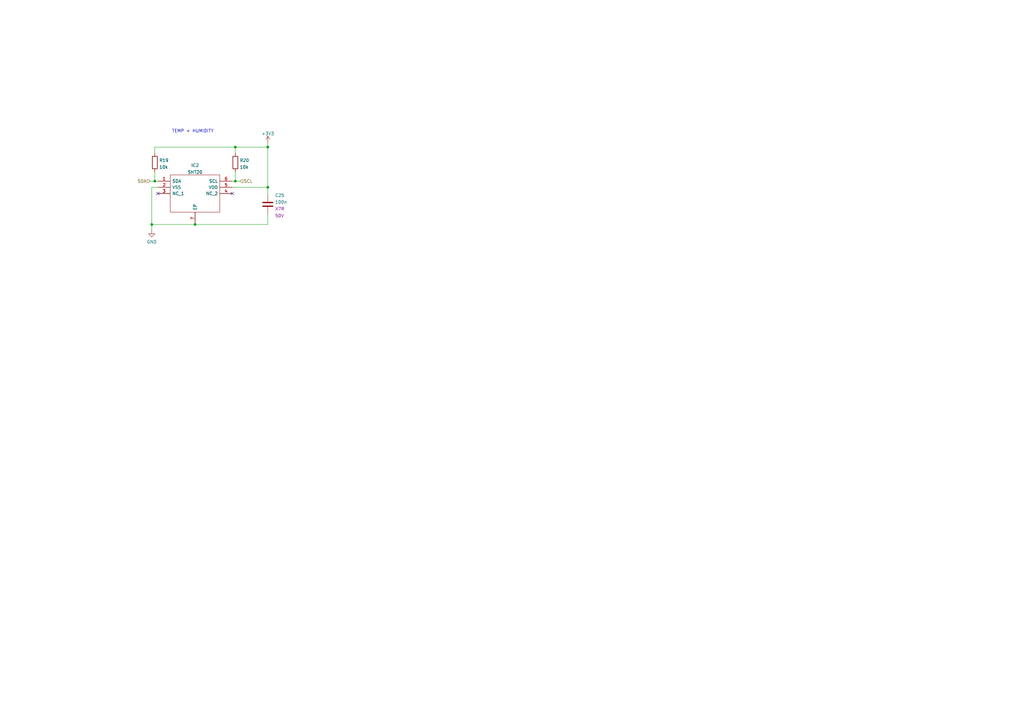
<source format=kicad_sch>
(kicad_sch (version 20211123) (generator eeschema)
  (paper "A3")
  (title_block (title "FLORA") (date "2022-07-01") (rev "C"))
  (lib_symbols
    (symbol "Capacitor_JLC:100n" (pin_numbers hide) (pin_names (offset 0.254))
      (property "Reference" "C" (at 3.175 3.175 0))
      (property "Value" "100n" (at 3.175 1.27 0))
      (property "Type" "X7R" (at 5.08 -3.175 0))
      (property "Voltage" "50V" (at 5.08 -1.27 0))
      (symbol "100n_0_1"
        (polyline (pts (xy -2.032 -0.762) (xy 2.032 -0.762)) (stroke (width 0.508)))
        (polyline (pts (xy -2.032 0.762) (xy 2.032 0.762)) (stroke (width 0.508)))
      )
      (symbol "100n_1_1"
        (pin passive line (at 0 3.81 270) (length 2.794) (name "~") (number "1"))
        (pin passive line (at 0 -3.81 90) (length 2.794) (name "~") (number "2"))
      )
    )
    (symbol "Resistor_JLC:10k" (pin_numbers hide) (pin_names (offset 0))
      (property "Reference" "R" (at 2.032 0 90))
      (property "Value" "10k" (at 0 0 90))
      (symbol "10k_0_1"
        (rectangle (start -1.016 -2.54) (end 1.016 2.54) (stroke (width 0.254)))
      )
      (symbol "10k_1_1"
        (pin passive line (at 0 3.81 270) (length 1.27) (name "~") (number "1"))
        (pin passive line (at 0 -3.81 90) (length 1.27) (name "~") (number "2"))
      )
    )
    (symbol "Sensors_JLC:SHT20" (pin_names (offset 0.762))
      (property "Reference" "IC" (at 26.67 7.62 0))
      (property "Value" "SHT20" (at 26.67 5.08 0))
      (symbol "SHT20_0_0"
        (pin unspecified line (at 0 0 0) (length 5.08) (name "SDA") (number "1"))
        (pin unspecified line (at 0 -2.54 0) (length 5.08) (name "VSS") (number "2"))
        (pin unspecified line (at 0 -5.08 0) (length 5.08) (name "NC_1") (number "3"))
        (pin unspecified line (at 30.48 -5.08 180) (length 5.08) (name "NC_2") (number "4"))
        (pin unspecified line (at 30.48 -2.54 180) (length 5.08) (name "VDD") (number "5"))
        (pin unspecified line (at 30.48 0 180) (length 5.08) (name "SCL") (number "6"))
        (pin unspecified line (at 15.24 -17.78 90) (length 5.08) (name "EP") (number "7"))
      )
      (symbol "SHT20_0_1"
        (polyline (pts (xy 5.08 2.54) (xy 25.4 2.54) (xy 25.4 -12.7) (xy 5.08 -12.7) (xy 5.08 2.54)) (stroke (width 0.1524)))
      )
    )
    (symbol "power:+3V3" (power) (pin_names (offset 0))
      (property "Value" "+3V3" (at 0 3.556 0))
      (symbol "+3V3_0_1"
        (polyline (pts (xy -0.762 1.27) (xy 0 2.54)))
        (polyline (pts (xy 0 0) (xy 0 2.54)))
        (polyline (pts (xy 0 2.54) (xy 0.762 1.27)))
      )
      (symbol "+3V3_1_1"
        (pin power_in line (at 0 0 90) (length 0) hide (name "+3V3") (number "1"))
      )
    )
    (symbol "power:GND" (power) (pin_names (offset 0))
      (property "Value" "GND" (at 0 -3.81 0))
      (symbol "GND_0_1"
        (polyline (pts (xy 0 0) (xy 0 -1.27) (xy 1.27 -1.27) (xy 0 -2.54) (xy -1.27 -1.27) (xy 0 -1.27)))
      )
      (symbol "GND_1_1"
        (pin power_in line (at 0 0 270) (length 0) hide (name "GND") (number "1"))
      )
    )
  )
  (junction (at 109.855 76.835))
  (junction (at 80.01 92.075))
  (junction (at 109.855 60.325))
  (junction (at 96.52 60.325))
  (junction (at 96.52 74.295))
  (junction (at 63.5 74.295))
  (junction (at 62.23 92.075))
  (no_connect (at 64.77 79.375))
  (no_connect (at 95.25 79.375))
  (wire (pts (xy 62.23 76.835) (xy 62.23 92.075)))
  (wire (pts (xy 63.5 74.295) (xy 64.77 74.295)))
  (wire (pts (xy 109.855 60.325) (xy 109.855 76.835)))
  (wire (pts (xy 96.52 74.295) (xy 95.25 74.295)))
  (wire (pts (xy 62.23 92.075) (xy 62.23 94.615)))
  (wire (pts (xy 61.595 74.295) (xy 63.5 74.295)))
  (wire (pts (xy 96.52 60.325) (xy 96.52 62.865)))
  (wire (pts (xy 109.855 76.835) (xy 109.855 80.01)))
  (wire (pts (xy 109.855 87.63) (xy 109.855 92.075)))
  (wire (pts (xy 63.5 70.485) (xy 63.5 74.295)))
  (wire (pts (xy 98.425 74.295) (xy 96.52 74.295)))
  (wire (pts (xy 109.855 92.075) (xy 80.01 92.075)))
  (wire (pts (xy 96.52 70.485) (xy 96.52 74.295)))
  (wire (pts (xy 62.23 92.075) (xy 80.01 92.075)))
  (wire (pts (xy 63.5 60.325) (xy 96.52 60.325)))
  (wire (pts (xy 95.25 76.835) (xy 109.855 76.835)))
  (wire (pts (xy 63.5 62.865) (xy 63.5 60.325)))
  (wire (pts (xy 109.855 58.42) (xy 109.855 60.325)))
  (wire (pts (xy 64.77 76.835) (xy 62.23 76.835)))
  (wire (pts (xy 96.52 60.325) (xy 109.855 60.325)))
  (text "TEMP + HUMIDITY" (at 70.485 54.61 0) (effects (font (size 1.27 1.27)) (justify left bottom)))
  (hierarchical_label "SDA" (shape input) (at 61.595 74.295 180))
  (hierarchical_label "SCL" (shape input) (at 98.425 74.295 0))
  (symbol (lib_id "power:+3V3") (at 109.855 58.42 0) (unit 1)
    (property "Reference" "#PWR0119" (effects hide))
    (property "Value" "+3V3" (at 109.855 54.8155 0))
  )
  (symbol (lib_id "power:GND") (at 62.23 94.615 0) (unit 1)
    (property "Reference" "#PWR0120" (effects hide))
    (property "Value" "GND" (at 62.23 99.1775 0))
  )
  (symbol (lib_id "Resistor_JLC:10k") (at 63.5 66.675 0) (unit 1)
    (property "Reference" "R19" (at 65.278 65.7665 0) (effects (justify left)))
    (property "Value" "10k" (at 65.278 68.5416 0) (effects (justify left)))
    (property "Footprint" "Resistor_SMD:R_0402_1005Metric" (effects hide))
    (property "LCSC" "C25744" (effects hide))
  )
  (symbol (lib_id "Sensors_JLC:SHT20") (at 64.77 74.295 0) (unit 1)
    (property "Reference" "IC2" (at 80.01 67.8393 0))
    (property "Value" "SHT20" (at 80.01 70.6144 0))
    (property "Footprint" "SON100P300X300X110-7N" (effects hide))
    (property "Datasheet" "https://componentsearchengine.com/Datasheets/1/SHT20.pdf" (effects hide))
    (property "Description" "Sensirion SHT20, Temperature & Humidity Sensor -40  +125 C +/-3 (Humidity) %RH, +/-3 (Temperature) C" (effects hide))
    (property "Height" "1.1" (effects hide))
    (property "Mouser Part Number" "403-SHT20" (effects hide))
    (property "Mouser Price/Stock" "https://www.mouser.com/Search/Refine.aspx?Keyword=403-SHT20" (effects hide))
    (property "Manufacturer_Name" "Sensirion" (effects hide))
    (property "Manufacturer_Part_Number" "SHT20" (effects hide))
    (property "Field10" "C53865" (effects hide))
  )
  (symbol (lib_id "Resistor_JLC:10k") (at 96.52 66.675 0) (unit 1)
    (property "Reference" "R20" (at 98.298 65.7665 0) (effects (justify left)))
    (property "Value" "10k" (at 98.298 68.5416 0) (effects (justify left)))
    (property "Footprint" "Resistor_SMD:R_0402_1005Metric" (effects hide))
    (property "LCSC" "C25744" (effects hide))
  )
  (symbol (lib_id "Capacitor_JLC:100n") (at 109.855 83.82 0) (unit 1)
    (property "Reference" "C25" (at 112.776 80.1364 0) (effects (justify left)))
    (property "Value" "100n" (at 112.776 82.9115 0) (effects (justify left)))
    (property "Footprint" "Capacitor_SMD:C_0402_1005Metric" (effects hide))
    (property "Type" "X7R" (at 112.776 85.6866 0) (effects (justify left)))
    (property "LCSC" "C307331" (effects hide))
    (property "Voltage" "50V" (at 112.776 88.4617 0) (effects (justify left)))
  )
)
</source>
